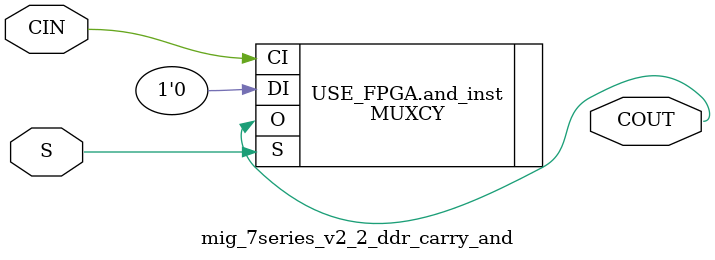
<source format=v>
`timescale 1ps/1ps


module mig_7series_v2_2_ddr_carry_and #
  (
   parameter         C_FAMILY                         = "virtex6"
                       // FPGA Family. Current version: virtex6 or spartan6.
   )
  (
   input  wire        CIN,
   input  wire        S,
   output wire        COUT
   );
  
  
  /////////////////////////////////////////////////////////////////////////////
  // Variables for generating parameter controlled instances.
  /////////////////////////////////////////////////////////////////////////////
  
  
  /////////////////////////////////////////////////////////////////////////////
  // Local params
  /////////////////////////////////////////////////////////////////////////////
  
  
  /////////////////////////////////////////////////////////////////////////////
  // Functions
  /////////////////////////////////////////////////////////////////////////////
  
  
  /////////////////////////////////////////////////////////////////////////////
  // Internal signals
  /////////////////////////////////////////////////////////////////////////////

  
  /////////////////////////////////////////////////////////////////////////////
  // Instantiate or use RTL code
  /////////////////////////////////////////////////////////////////////////////
  
  generate
    if ( C_FAMILY == "rtl" ) begin : USE_RTL
      assign COUT = CIN & S;
      
    end else begin : USE_FPGA
      MUXCY and_inst 
      (
       .O (COUT), 
       .CI (CIN), 
       .DI (1'b0), 
       .S (S)
      ); 
      
    end
  endgenerate
  
  
endmodule

</source>
